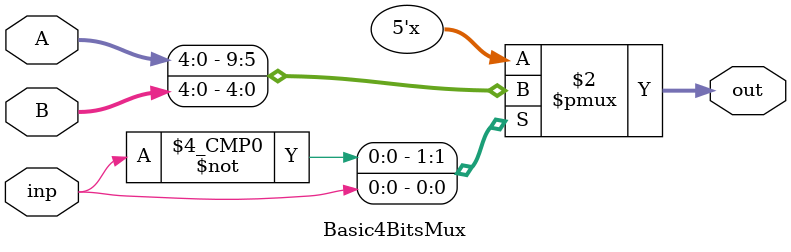
<source format=v>
`timescale 1ns/1ns

module Basic4BitsMux(
	input inp,
	input [4:0]A,B,
	output reg[4:0]out
);

always @* begin
	case(inp)
		1'b 0: begin
			out = A;
		end

		1'b 1: begin
			out = B;
		end

	endcase
end

endmodule 

</source>
